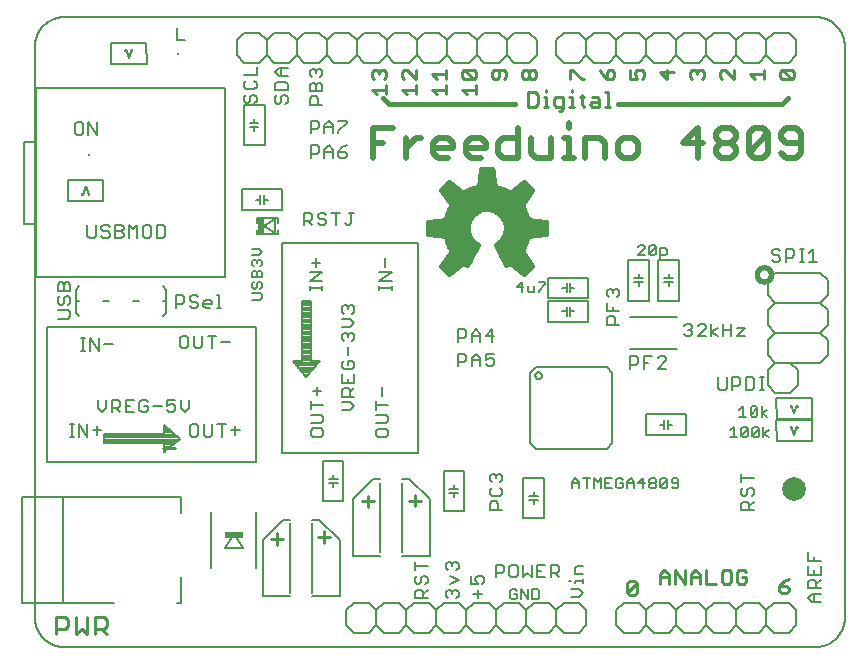
<source format=gto>
G75*
%MOIN*%
%OFA0B0*%
%FSLAX25Y25*%
%IPPOS*%
%LPD*%
%AMOC8*
5,1,8,0,0,1.08239X$1,22.5*
%
%ADD10C,0.00787*%
%ADD11C,0.00800*%
%ADD12C,0.00900*%
%ADD13C,0.00600*%
%ADD14R,0.06200X0.02400*%
%ADD15R,0.02400X0.06200*%
%ADD16C,0.01100*%
%ADD17R,0.00787X0.00787*%
%ADD18C,0.01575*%
%ADD19C,0.07874*%
%ADD20C,0.01900*%
D10*
X0022375Y0026280D02*
X0022375Y0216595D01*
X0022378Y0216833D01*
X0022386Y0217071D01*
X0022401Y0217308D01*
X0022421Y0217545D01*
X0022447Y0217781D01*
X0022478Y0218017D01*
X0022515Y0218252D01*
X0022558Y0218486D01*
X0022607Y0218719D01*
X0022661Y0218951D01*
X0022721Y0219181D01*
X0022786Y0219410D01*
X0022857Y0219637D01*
X0022933Y0219862D01*
X0023015Y0220085D01*
X0023102Y0220307D01*
X0023194Y0220526D01*
X0023292Y0220743D01*
X0023394Y0220957D01*
X0023502Y0221169D01*
X0023616Y0221379D01*
X0023734Y0221585D01*
X0023857Y0221789D01*
X0023985Y0221989D01*
X0024117Y0222186D01*
X0024255Y0222381D01*
X0024397Y0222571D01*
X0024544Y0222759D01*
X0024695Y0222942D01*
X0024850Y0223122D01*
X0025010Y0223298D01*
X0025174Y0223470D01*
X0025343Y0223639D01*
X0025515Y0223803D01*
X0025691Y0223963D01*
X0025871Y0224118D01*
X0026054Y0224269D01*
X0026242Y0224416D01*
X0026432Y0224558D01*
X0026627Y0224696D01*
X0026824Y0224828D01*
X0027024Y0224956D01*
X0027228Y0225079D01*
X0027434Y0225197D01*
X0027644Y0225311D01*
X0027856Y0225419D01*
X0028070Y0225521D01*
X0028287Y0225619D01*
X0028506Y0225711D01*
X0028728Y0225798D01*
X0028951Y0225880D01*
X0029176Y0225956D01*
X0029403Y0226027D01*
X0029632Y0226092D01*
X0029862Y0226152D01*
X0030094Y0226206D01*
X0030327Y0226255D01*
X0030561Y0226298D01*
X0030796Y0226335D01*
X0031032Y0226366D01*
X0031268Y0226392D01*
X0031505Y0226412D01*
X0031742Y0226427D01*
X0031980Y0226435D01*
X0032218Y0226438D01*
X0032218Y0226437D02*
X0282532Y0226437D01*
X0282532Y0226438D02*
X0282770Y0226435D01*
X0283008Y0226427D01*
X0283245Y0226412D01*
X0283482Y0226392D01*
X0283718Y0226366D01*
X0283954Y0226335D01*
X0284189Y0226298D01*
X0284423Y0226255D01*
X0284656Y0226206D01*
X0284888Y0226152D01*
X0285118Y0226092D01*
X0285347Y0226027D01*
X0285574Y0225956D01*
X0285799Y0225880D01*
X0286022Y0225798D01*
X0286244Y0225711D01*
X0286463Y0225619D01*
X0286680Y0225521D01*
X0286894Y0225419D01*
X0287106Y0225311D01*
X0287316Y0225197D01*
X0287522Y0225079D01*
X0287726Y0224956D01*
X0287926Y0224828D01*
X0288123Y0224696D01*
X0288318Y0224558D01*
X0288508Y0224416D01*
X0288696Y0224269D01*
X0288879Y0224118D01*
X0289059Y0223963D01*
X0289235Y0223803D01*
X0289407Y0223639D01*
X0289576Y0223470D01*
X0289740Y0223298D01*
X0289900Y0223122D01*
X0290055Y0222942D01*
X0290206Y0222759D01*
X0290353Y0222571D01*
X0290495Y0222381D01*
X0290633Y0222186D01*
X0290765Y0221989D01*
X0290893Y0221789D01*
X0291016Y0221585D01*
X0291134Y0221379D01*
X0291248Y0221169D01*
X0291356Y0220957D01*
X0291458Y0220743D01*
X0291556Y0220526D01*
X0291648Y0220307D01*
X0291735Y0220085D01*
X0291817Y0219862D01*
X0291893Y0219637D01*
X0291964Y0219410D01*
X0292029Y0219181D01*
X0292089Y0218951D01*
X0292143Y0218719D01*
X0292192Y0218486D01*
X0292235Y0218252D01*
X0292272Y0218017D01*
X0292303Y0217781D01*
X0292329Y0217545D01*
X0292349Y0217308D01*
X0292364Y0217071D01*
X0292372Y0216833D01*
X0292375Y0216595D01*
X0292375Y0026280D01*
X0292372Y0026042D01*
X0292364Y0025804D01*
X0292349Y0025567D01*
X0292329Y0025330D01*
X0292303Y0025094D01*
X0292272Y0024858D01*
X0292235Y0024623D01*
X0292192Y0024389D01*
X0292143Y0024156D01*
X0292089Y0023924D01*
X0292029Y0023694D01*
X0291964Y0023465D01*
X0291893Y0023238D01*
X0291817Y0023013D01*
X0291735Y0022790D01*
X0291648Y0022568D01*
X0291556Y0022349D01*
X0291458Y0022132D01*
X0291356Y0021918D01*
X0291248Y0021706D01*
X0291134Y0021496D01*
X0291016Y0021290D01*
X0290893Y0021086D01*
X0290765Y0020886D01*
X0290633Y0020689D01*
X0290495Y0020494D01*
X0290353Y0020304D01*
X0290206Y0020116D01*
X0290055Y0019933D01*
X0289900Y0019753D01*
X0289740Y0019577D01*
X0289576Y0019405D01*
X0289407Y0019236D01*
X0289235Y0019072D01*
X0289059Y0018912D01*
X0288879Y0018757D01*
X0288696Y0018606D01*
X0288508Y0018459D01*
X0288318Y0018317D01*
X0288123Y0018179D01*
X0287926Y0018047D01*
X0287726Y0017919D01*
X0287522Y0017796D01*
X0287316Y0017678D01*
X0287106Y0017564D01*
X0286894Y0017456D01*
X0286680Y0017354D01*
X0286463Y0017256D01*
X0286244Y0017164D01*
X0286022Y0017077D01*
X0285799Y0016995D01*
X0285574Y0016919D01*
X0285347Y0016848D01*
X0285118Y0016783D01*
X0284888Y0016723D01*
X0284656Y0016669D01*
X0284423Y0016620D01*
X0284189Y0016577D01*
X0283954Y0016540D01*
X0283718Y0016509D01*
X0283482Y0016483D01*
X0283245Y0016463D01*
X0283008Y0016448D01*
X0282770Y0016440D01*
X0282532Y0016437D01*
X0282532Y0016438D02*
X0032218Y0016438D01*
X0032218Y0016437D02*
X0031980Y0016440D01*
X0031742Y0016448D01*
X0031505Y0016463D01*
X0031268Y0016483D01*
X0031032Y0016509D01*
X0030796Y0016540D01*
X0030561Y0016577D01*
X0030327Y0016620D01*
X0030094Y0016669D01*
X0029862Y0016723D01*
X0029632Y0016783D01*
X0029403Y0016848D01*
X0029176Y0016919D01*
X0028951Y0016995D01*
X0028728Y0017077D01*
X0028506Y0017164D01*
X0028287Y0017256D01*
X0028070Y0017354D01*
X0027856Y0017456D01*
X0027644Y0017564D01*
X0027434Y0017678D01*
X0027228Y0017796D01*
X0027024Y0017919D01*
X0026824Y0018047D01*
X0026627Y0018179D01*
X0026432Y0018317D01*
X0026242Y0018459D01*
X0026054Y0018606D01*
X0025871Y0018757D01*
X0025691Y0018912D01*
X0025515Y0019072D01*
X0025343Y0019236D01*
X0025174Y0019405D01*
X0025010Y0019577D01*
X0024850Y0019753D01*
X0024695Y0019933D01*
X0024544Y0020116D01*
X0024397Y0020304D01*
X0024255Y0020494D01*
X0024117Y0020689D01*
X0023985Y0020886D01*
X0023857Y0021086D01*
X0023734Y0021290D01*
X0023616Y0021496D01*
X0023502Y0021706D01*
X0023394Y0021918D01*
X0023292Y0022132D01*
X0023194Y0022349D01*
X0023102Y0022568D01*
X0023015Y0022790D01*
X0022933Y0023013D01*
X0022857Y0023238D01*
X0022786Y0023465D01*
X0022721Y0023694D01*
X0022661Y0023924D01*
X0022607Y0024156D01*
X0022558Y0024389D01*
X0022515Y0024623D01*
X0022478Y0024858D01*
X0022447Y0025094D01*
X0022421Y0025330D01*
X0022401Y0025567D01*
X0022386Y0025804D01*
X0022378Y0026042D01*
X0022375Y0026280D01*
D11*
X0018025Y0031125D02*
X0048625Y0031125D01*
X0031725Y0031225D02*
X0031725Y0066525D01*
X0018025Y0066525D01*
X0018025Y0031125D01*
X0031725Y0066525D02*
X0071125Y0066525D01*
X0071125Y0061125D01*
X0081145Y0061315D02*
X0081145Y0042810D01*
X0085638Y0049594D02*
X0091612Y0049594D01*
X0088625Y0054156D01*
X0085638Y0049594D01*
X0096105Y0042810D02*
X0096105Y0061315D01*
X0105023Y0058920D02*
X0107385Y0058920D01*
X0107385Y0057739D02*
X0107385Y0034511D01*
X0107385Y0033330D02*
X0098330Y0033330D01*
X0098330Y0052227D01*
X0105023Y0058920D01*
X0114865Y0058920D02*
X0117227Y0058920D01*
X0123920Y0052227D01*
X0123920Y0033330D01*
X0114865Y0033330D01*
X0114865Y0034511D02*
X0114865Y0057739D01*
X0118259Y0065091D02*
X0118259Y0078441D01*
X0125210Y0078443D01*
X0125210Y0065094D01*
X0118259Y0065091D01*
X0121751Y0069750D02*
X0121751Y0070950D01*
X0120351Y0071050D02*
X0123251Y0071050D01*
X0123251Y0072350D02*
X0120351Y0072350D01*
X0121751Y0072450D02*
X0121751Y0073750D01*
X0128330Y0065665D02*
X0135023Y0072358D01*
X0137385Y0072358D01*
X0137385Y0071177D02*
X0137385Y0047948D01*
X0137385Y0046767D02*
X0128330Y0046767D01*
X0128330Y0065665D01*
X0144865Y0071177D02*
X0144865Y0047948D01*
X0144865Y0046767D02*
X0153920Y0046767D01*
X0153920Y0065665D01*
X0147227Y0072358D01*
X0144865Y0072358D01*
X0150121Y0081115D02*
X0104845Y0081115D01*
X0104845Y0150997D01*
X0150121Y0150997D01*
X0150121Y0081115D01*
X0158604Y0074968D02*
X0165554Y0074971D01*
X0165554Y0061622D01*
X0158604Y0061619D01*
X0158604Y0074968D01*
X0162063Y0070313D02*
X0162063Y0069113D01*
X0163463Y0069013D02*
X0160563Y0069013D01*
X0160563Y0067713D02*
X0163463Y0067713D01*
X0162063Y0067613D02*
X0162063Y0066313D01*
X0174006Y0067452D02*
X0174707Y0066752D01*
X0177509Y0066752D01*
X0178210Y0067452D01*
X0178210Y0068854D01*
X0177509Y0069554D01*
X0177509Y0071356D02*
X0178210Y0072056D01*
X0178210Y0073458D01*
X0177509Y0074158D01*
X0176809Y0074158D01*
X0176108Y0073458D01*
X0176108Y0072757D01*
X0176108Y0073458D02*
X0175407Y0074158D01*
X0174707Y0074158D01*
X0174006Y0073458D01*
X0174006Y0072056D01*
X0174707Y0071356D01*
X0174707Y0069554D02*
X0174006Y0068854D01*
X0174006Y0067452D01*
X0174707Y0064950D02*
X0176108Y0064950D01*
X0176809Y0064250D01*
X0176809Y0062148D01*
X0178210Y0062148D02*
X0174006Y0062148D01*
X0174006Y0064250D01*
X0174707Y0064950D01*
X0185133Y0059466D02*
X0185133Y0072816D01*
X0192084Y0072818D01*
X0192084Y0059469D01*
X0185133Y0059466D01*
X0188625Y0064125D02*
X0188625Y0065325D01*
X0187225Y0065425D02*
X0190125Y0065425D01*
X0190125Y0066725D02*
X0187225Y0066725D01*
X0188625Y0066825D02*
X0188625Y0068125D01*
X0189314Y0082345D02*
X0187345Y0084314D01*
X0187345Y0107936D01*
X0189314Y0109905D01*
X0212936Y0109905D01*
X0214905Y0107936D01*
X0214905Y0084314D01*
X0212936Y0082345D01*
X0189314Y0082345D01*
X0189185Y0106952D02*
X0189187Y0107019D01*
X0189193Y0107085D01*
X0189203Y0107151D01*
X0189217Y0107216D01*
X0189234Y0107280D01*
X0189256Y0107343D01*
X0189281Y0107405D01*
X0189310Y0107465D01*
X0189343Y0107523D01*
X0189378Y0107579D01*
X0189418Y0107633D01*
X0189460Y0107684D01*
X0189505Y0107733D01*
X0189553Y0107779D01*
X0189604Y0107822D01*
X0189657Y0107862D01*
X0189713Y0107899D01*
X0189771Y0107932D01*
X0189830Y0107962D01*
X0189891Y0107988D01*
X0189954Y0108011D01*
X0190018Y0108029D01*
X0190083Y0108044D01*
X0190149Y0108055D01*
X0190215Y0108062D01*
X0190281Y0108065D01*
X0190348Y0108064D01*
X0190414Y0108059D01*
X0190480Y0108050D01*
X0190546Y0108037D01*
X0190610Y0108020D01*
X0190673Y0108000D01*
X0190735Y0107975D01*
X0190796Y0107947D01*
X0190855Y0107916D01*
X0190911Y0107881D01*
X0190966Y0107843D01*
X0191018Y0107801D01*
X0191067Y0107756D01*
X0191114Y0107709D01*
X0191158Y0107659D01*
X0191198Y0107606D01*
X0191236Y0107551D01*
X0191270Y0107494D01*
X0191301Y0107435D01*
X0191328Y0107374D01*
X0191351Y0107312D01*
X0191371Y0107248D01*
X0191387Y0107183D01*
X0191399Y0107118D01*
X0191407Y0107052D01*
X0191411Y0106985D01*
X0191411Y0106919D01*
X0191407Y0106852D01*
X0191399Y0106786D01*
X0191387Y0106721D01*
X0191371Y0106656D01*
X0191351Y0106592D01*
X0191328Y0106530D01*
X0191301Y0106469D01*
X0191270Y0106410D01*
X0191236Y0106353D01*
X0191198Y0106298D01*
X0191158Y0106245D01*
X0191114Y0106195D01*
X0191067Y0106148D01*
X0191018Y0106103D01*
X0190966Y0106061D01*
X0190911Y0106023D01*
X0190854Y0105988D01*
X0190796Y0105957D01*
X0190735Y0105929D01*
X0190673Y0105904D01*
X0190610Y0105884D01*
X0190546Y0105867D01*
X0190480Y0105854D01*
X0190414Y0105845D01*
X0190348Y0105840D01*
X0190281Y0105839D01*
X0190215Y0105842D01*
X0190149Y0105849D01*
X0190083Y0105860D01*
X0190018Y0105875D01*
X0189954Y0105893D01*
X0189891Y0105916D01*
X0189830Y0105942D01*
X0189771Y0105972D01*
X0189713Y0106005D01*
X0189657Y0106042D01*
X0189604Y0106082D01*
X0189553Y0106125D01*
X0189505Y0106171D01*
X0189460Y0106220D01*
X0189418Y0106271D01*
X0189378Y0106325D01*
X0189343Y0106381D01*
X0189310Y0106439D01*
X0189281Y0106499D01*
X0189256Y0106561D01*
X0189234Y0106624D01*
X0189217Y0106688D01*
X0189203Y0106753D01*
X0189193Y0106819D01*
X0189187Y0106885D01*
X0189185Y0106952D01*
X0175400Y0110678D02*
X0174700Y0109978D01*
X0173299Y0109978D01*
X0172598Y0110678D01*
X0172598Y0112079D02*
X0173999Y0112780D01*
X0174700Y0112780D01*
X0175400Y0112079D01*
X0175400Y0110678D01*
X0172598Y0112079D02*
X0172598Y0114181D01*
X0175400Y0114181D01*
X0170796Y0112780D02*
X0170796Y0109978D01*
X0170796Y0112079D02*
X0167994Y0112079D01*
X0167994Y0112780D02*
X0167994Y0109978D01*
X0166192Y0112079D02*
X0166192Y0113481D01*
X0165492Y0114181D01*
X0163390Y0114181D01*
X0163390Y0109978D01*
X0163390Y0111379D02*
X0165492Y0111379D01*
X0166192Y0112079D01*
X0167994Y0112780D02*
X0169395Y0114181D01*
X0170796Y0112780D01*
X0170796Y0118103D02*
X0170796Y0120905D01*
X0169395Y0122306D01*
X0167994Y0120905D01*
X0167994Y0118103D01*
X0167994Y0120204D02*
X0170796Y0120204D01*
X0172598Y0120204D02*
X0175400Y0120204D01*
X0174700Y0118103D02*
X0174700Y0122306D01*
X0172598Y0120204D01*
X0166192Y0120204D02*
X0165492Y0119504D01*
X0163390Y0119504D01*
X0163390Y0118103D02*
X0163390Y0122306D01*
X0165492Y0122306D01*
X0166192Y0121606D01*
X0166192Y0120204D01*
X0141256Y0135498D02*
X0141256Y0136899D01*
X0141256Y0136198D02*
X0137053Y0136198D01*
X0137053Y0135498D02*
X0137053Y0136899D01*
X0137053Y0138567D02*
X0141256Y0141370D01*
X0137053Y0141370D01*
X0139155Y0143171D02*
X0139155Y0145973D01*
X0141256Y0138567D02*
X0137053Y0138567D01*
X0128149Y0130348D02*
X0128850Y0129648D01*
X0128850Y0128247D01*
X0128149Y0127546D01*
X0127449Y0125744D02*
X0124646Y0125744D01*
X0125347Y0127546D02*
X0124646Y0128247D01*
X0124646Y0129648D01*
X0125347Y0130348D01*
X0126048Y0130348D01*
X0126748Y0129648D01*
X0127449Y0130348D01*
X0128149Y0130348D01*
X0126748Y0129648D02*
X0126748Y0128947D01*
X0127449Y0125744D02*
X0128850Y0124343D01*
X0127449Y0122942D01*
X0124646Y0122942D01*
X0125347Y0121141D02*
X0126048Y0121141D01*
X0126748Y0120440D01*
X0127449Y0121141D01*
X0128149Y0121141D01*
X0128850Y0120440D01*
X0128850Y0119039D01*
X0128149Y0118338D01*
X0126748Y0119739D02*
X0126748Y0120440D01*
X0125347Y0121141D02*
X0124646Y0120440D01*
X0124646Y0119039D01*
X0125347Y0118338D01*
X0126748Y0116537D02*
X0126748Y0113734D01*
X0126748Y0111933D02*
X0126748Y0110531D01*
X0126748Y0111933D02*
X0128149Y0111933D01*
X0128850Y0111232D01*
X0128850Y0109831D01*
X0128149Y0109130D01*
X0125347Y0109130D01*
X0124646Y0109831D01*
X0124646Y0111232D01*
X0125347Y0111933D01*
X0124646Y0107329D02*
X0124646Y0104526D01*
X0128850Y0104526D01*
X0128850Y0107329D01*
X0126748Y0105928D02*
X0126748Y0104526D01*
X0126748Y0102725D02*
X0127449Y0102024D01*
X0127449Y0099922D01*
X0128850Y0099922D02*
X0124646Y0099922D01*
X0124646Y0102024D01*
X0125347Y0102725D01*
X0126748Y0102725D01*
X0127449Y0101324D02*
X0128850Y0102725D01*
X0127449Y0098121D02*
X0124646Y0098121D01*
X0124646Y0095319D02*
X0127449Y0095319D01*
X0128850Y0096720D01*
X0127449Y0098121D01*
X0135985Y0098388D02*
X0135985Y0095586D01*
X0135985Y0096987D02*
X0140189Y0096987D01*
X0139488Y0093785D02*
X0135985Y0093785D01*
X0135985Y0090982D02*
X0139488Y0090982D01*
X0140189Y0091683D01*
X0140189Y0093084D01*
X0139488Y0093785D01*
X0139488Y0089181D02*
X0136686Y0089181D01*
X0135985Y0088480D01*
X0135985Y0087079D01*
X0136686Y0086378D01*
X0139488Y0086378D01*
X0140189Y0087079D01*
X0140189Y0088480D01*
X0139488Y0089181D01*
X0138087Y0100190D02*
X0138087Y0102992D01*
X0117869Y0101684D02*
X0115067Y0101684D01*
X0116468Y0100283D02*
X0116468Y0103085D01*
X0112636Y0106509D02*
X0108251Y0111844D01*
X0111283Y0111844D01*
X0111283Y0131844D01*
X0114314Y0131844D01*
X0114314Y0111844D01*
X0117345Y0111844D01*
X0112636Y0106509D01*
X0112105Y0107155D02*
X0113206Y0107155D01*
X0113911Y0107954D02*
X0111449Y0107954D01*
X0110792Y0108752D02*
X0114616Y0108752D01*
X0115321Y0109551D02*
X0110136Y0109551D01*
X0109479Y0110349D02*
X0116026Y0110349D01*
X0116731Y0111148D02*
X0108823Y0111148D01*
X0111283Y0111946D02*
X0114314Y0111946D01*
X0114314Y0112745D02*
X0111283Y0112745D01*
X0111283Y0113543D02*
X0114314Y0113543D01*
X0114314Y0114342D02*
X0111283Y0114342D01*
X0111283Y0115140D02*
X0114314Y0115140D01*
X0114314Y0115939D02*
X0111283Y0115939D01*
X0111283Y0116737D02*
X0114314Y0116737D01*
X0114314Y0117536D02*
X0111283Y0117536D01*
X0111283Y0118334D02*
X0114314Y0118334D01*
X0114314Y0119133D02*
X0111283Y0119133D01*
X0111283Y0119931D02*
X0114314Y0119931D01*
X0114314Y0120730D02*
X0111283Y0120730D01*
X0111283Y0121528D02*
X0114314Y0121528D01*
X0114314Y0122327D02*
X0111283Y0122327D01*
X0111283Y0123126D02*
X0114314Y0123126D01*
X0114314Y0123924D02*
X0111283Y0123924D01*
X0111283Y0124723D02*
X0114314Y0124723D01*
X0114314Y0125521D02*
X0111283Y0125521D01*
X0111283Y0126320D02*
X0114314Y0126320D01*
X0114314Y0127118D02*
X0111283Y0127118D01*
X0111283Y0127917D02*
X0114314Y0127917D01*
X0114314Y0128715D02*
X0111283Y0128715D01*
X0111283Y0129514D02*
X0114314Y0129514D01*
X0114314Y0130312D02*
X0111283Y0130312D01*
X0111283Y0131111D02*
X0114314Y0131111D01*
X0114021Y0135498D02*
X0114021Y0136899D01*
X0114021Y0136198D02*
X0118225Y0136198D01*
X0118225Y0135498D02*
X0118225Y0136899D01*
X0118225Y0138567D02*
X0114021Y0138567D01*
X0118225Y0141370D01*
X0114021Y0141370D01*
X0116123Y0143171D02*
X0116123Y0145973D01*
X0114722Y0144572D02*
X0117524Y0144572D01*
X0103418Y0153994D02*
X0096332Y0153994D01*
X0096332Y0155569D01*
X0096332Y0157931D02*
X0096332Y0159506D01*
X0103418Y0159506D01*
X0103418Y0157931D01*
X0102535Y0159133D02*
X0102535Y0154408D01*
X0098598Y0156770D01*
X0102535Y0159133D01*
X0104659Y0162008D02*
X0091309Y0162008D01*
X0091307Y0168959D01*
X0104656Y0168959D01*
X0104659Y0162008D01*
X0100000Y0165500D02*
X0098800Y0165500D01*
X0098700Y0164100D02*
X0098700Y0167000D01*
X0097400Y0167000D02*
X0097400Y0164100D01*
X0097300Y0165500D02*
X0096000Y0165500D01*
X0103418Y0155569D02*
X0103418Y0153994D01*
X0111981Y0156970D02*
X0111981Y0161173D01*
X0114083Y0161173D01*
X0114784Y0160473D01*
X0114784Y0159071D01*
X0114083Y0158371D01*
X0111981Y0158371D01*
X0113383Y0158371D02*
X0114784Y0156970D01*
X0116585Y0157670D02*
X0117286Y0156970D01*
X0118687Y0156970D01*
X0119388Y0157670D01*
X0119388Y0158371D01*
X0118687Y0159071D01*
X0117286Y0159071D01*
X0116585Y0159772D01*
X0116585Y0160473D01*
X0117286Y0161173D01*
X0118687Y0161173D01*
X0119388Y0160473D01*
X0121189Y0161173D02*
X0123992Y0161173D01*
X0122590Y0161173D02*
X0122590Y0156970D01*
X0125793Y0157670D02*
X0126494Y0156970D01*
X0127194Y0156970D01*
X0127895Y0157670D01*
X0127895Y0161173D01*
X0127194Y0161173D02*
X0128596Y0161173D01*
X0125595Y0179445D02*
X0126296Y0180146D01*
X0126296Y0180847D01*
X0125595Y0181547D01*
X0123493Y0181547D01*
X0123493Y0180146D01*
X0124194Y0179445D01*
X0125595Y0179445D01*
X0123493Y0181547D02*
X0124895Y0182948D01*
X0126296Y0183649D01*
X0121692Y0182248D02*
X0121692Y0179445D01*
X0121692Y0181547D02*
X0118890Y0181547D01*
X0118890Y0182248D02*
X0118890Y0179445D01*
X0117088Y0181547D02*
X0116387Y0180847D01*
X0114286Y0180847D01*
X0114286Y0179445D02*
X0114286Y0183649D01*
X0116387Y0183649D01*
X0117088Y0182948D01*
X0117088Y0181547D01*
X0118890Y0182248D02*
X0120291Y0183649D01*
X0121692Y0182248D01*
X0121692Y0187694D02*
X0121692Y0190496D01*
X0120291Y0191897D01*
X0118890Y0190496D01*
X0118890Y0187694D01*
X0118890Y0189795D02*
X0121692Y0189795D01*
X0123493Y0188394D02*
X0123493Y0187694D01*
X0123493Y0188394D02*
X0126296Y0191196D01*
X0126296Y0191897D01*
X0123493Y0191897D01*
X0117088Y0191196D02*
X0117088Y0189795D01*
X0116387Y0189095D01*
X0114286Y0189095D01*
X0114286Y0187694D02*
X0114286Y0191897D01*
X0116387Y0191897D01*
X0117088Y0191196D01*
X0116742Y0197140D02*
X0116742Y0199242D01*
X0116042Y0199942D01*
X0114641Y0199942D01*
X0113940Y0199242D01*
X0113940Y0197140D01*
X0118144Y0197140D01*
X0118144Y0201744D02*
X0113940Y0201744D01*
X0113940Y0203846D01*
X0114641Y0204546D01*
X0115341Y0204546D01*
X0116042Y0203846D01*
X0116042Y0201744D01*
X0118144Y0201744D02*
X0118144Y0203846D01*
X0117443Y0204546D01*
X0116742Y0204546D01*
X0116042Y0203846D01*
X0117443Y0206348D02*
X0118144Y0207049D01*
X0118144Y0208450D01*
X0117443Y0209150D01*
X0116742Y0209150D01*
X0116042Y0208450D01*
X0116042Y0207749D01*
X0116042Y0208450D02*
X0115341Y0209150D01*
X0114641Y0209150D01*
X0113940Y0208450D01*
X0113940Y0207049D01*
X0114641Y0206348D01*
X0117125Y0211125D02*
X0112125Y0211125D01*
X0109625Y0213625D01*
X0109625Y0218625D01*
X0112125Y0221125D01*
X0117125Y0221125D01*
X0119625Y0218625D01*
X0122125Y0221125D01*
X0127125Y0221125D01*
X0129625Y0218625D01*
X0132125Y0221125D01*
X0137125Y0221125D01*
X0139625Y0218625D01*
X0142125Y0221125D01*
X0147125Y0221125D01*
X0149625Y0218625D01*
X0152125Y0221125D01*
X0157125Y0221125D01*
X0159625Y0218625D01*
X0162125Y0221125D01*
X0167125Y0221125D01*
X0169625Y0218625D01*
X0172125Y0221125D01*
X0177125Y0221125D01*
X0179625Y0218625D01*
X0182125Y0221125D01*
X0187125Y0221125D01*
X0189625Y0218625D01*
X0189625Y0213625D01*
X0187125Y0211125D01*
X0182125Y0211125D01*
X0179625Y0213625D01*
X0177125Y0211125D01*
X0172125Y0211125D01*
X0169625Y0213625D01*
X0169625Y0218625D01*
X0169625Y0213625D02*
X0167125Y0211125D01*
X0162125Y0211125D01*
X0159625Y0213625D01*
X0157125Y0211125D01*
X0152125Y0211125D01*
X0149625Y0213625D01*
X0147125Y0211125D01*
X0142125Y0211125D01*
X0139625Y0213625D01*
X0139625Y0218625D01*
X0139625Y0213625D02*
X0137125Y0211125D01*
X0132125Y0211125D01*
X0129625Y0213625D01*
X0127125Y0211125D01*
X0122125Y0211125D01*
X0119625Y0213625D01*
X0117125Y0211125D01*
X0119625Y0213625D02*
X0119625Y0218625D01*
X0129625Y0218625D02*
X0129625Y0213625D01*
X0109625Y0213625D02*
X0107125Y0211125D01*
X0102125Y0211125D01*
X0099625Y0213625D01*
X0097125Y0211125D01*
X0092125Y0211125D01*
X0089625Y0213625D01*
X0089625Y0218625D01*
X0092125Y0221125D01*
X0097125Y0221125D01*
X0099625Y0218625D01*
X0102125Y0221125D01*
X0107125Y0221125D01*
X0109625Y0218625D01*
X0099625Y0218625D02*
X0099625Y0213625D01*
X0096269Y0209775D02*
X0096269Y0206973D01*
X0092065Y0206973D01*
X0092766Y0205171D02*
X0092065Y0204471D01*
X0092065Y0203070D01*
X0092766Y0202369D01*
X0095568Y0202369D01*
X0096269Y0203070D01*
X0096269Y0204471D01*
X0095568Y0205171D01*
X0095568Y0200567D02*
X0096269Y0199867D01*
X0096269Y0198466D01*
X0095568Y0197765D01*
X0094167Y0198466D02*
X0094167Y0199867D01*
X0094867Y0200567D01*
X0095568Y0200567D01*
X0094167Y0198466D02*
X0093466Y0197765D01*
X0092766Y0197765D01*
X0092065Y0198466D01*
X0092065Y0199867D01*
X0092766Y0200567D01*
X0092041Y0197156D02*
X0098992Y0197159D01*
X0098992Y0183809D01*
X0092041Y0183807D01*
X0092041Y0197156D01*
X0095500Y0192500D02*
X0095500Y0191300D01*
X0096900Y0191200D02*
X0094000Y0191200D01*
X0094000Y0189900D02*
X0096900Y0189900D01*
X0095500Y0189800D02*
X0095500Y0188500D01*
X0103097Y0197524D02*
X0103797Y0197524D01*
X0104498Y0198225D01*
X0104498Y0199626D01*
X0105199Y0200327D01*
X0105899Y0200327D01*
X0106600Y0199626D01*
X0106600Y0198225D01*
X0105899Y0197524D01*
X0103097Y0197524D02*
X0102396Y0198225D01*
X0102396Y0199626D01*
X0103097Y0200327D01*
X0102396Y0202128D02*
X0102396Y0204230D01*
X0103097Y0204930D01*
X0105899Y0204930D01*
X0106600Y0204230D01*
X0106600Y0202128D01*
X0102396Y0202128D01*
X0103797Y0206732D02*
X0102396Y0208133D01*
X0103797Y0209534D01*
X0106600Y0209534D01*
X0104498Y0209534D02*
X0104498Y0206732D01*
X0103797Y0206732D02*
X0106600Y0206732D01*
X0085810Y0202621D02*
X0085810Y0139629D01*
X0022818Y0139629D01*
X0022818Y0157345D01*
X0018881Y0157345D01*
X0018881Y0184905D01*
X0022818Y0184905D01*
X0022818Y0157345D01*
X0033315Y0165090D02*
X0045185Y0165090D01*
X0045157Y0172132D01*
X0033287Y0172132D01*
X0033315Y0165090D01*
X0038235Y0167219D02*
X0038078Y0167844D01*
X0038250Y0167225D02*
X0039250Y0170125D01*
X0040250Y0167225D01*
X0040265Y0167297D02*
X0040422Y0167844D01*
X0039905Y0157072D02*
X0039905Y0153569D01*
X0040606Y0152869D01*
X0042007Y0152869D01*
X0042708Y0153569D01*
X0042708Y0157072D01*
X0044509Y0156371D02*
X0044509Y0155671D01*
X0045210Y0154970D01*
X0046611Y0154970D01*
X0047312Y0154270D01*
X0047312Y0153569D01*
X0046611Y0152869D01*
X0045210Y0152869D01*
X0044509Y0153569D01*
X0044509Y0156371D02*
X0045210Y0157072D01*
X0046611Y0157072D01*
X0047312Y0156371D01*
X0049113Y0157072D02*
X0051215Y0157072D01*
X0051916Y0156371D01*
X0051916Y0155671D01*
X0051215Y0154970D01*
X0049113Y0154970D01*
X0049113Y0152869D02*
X0049113Y0157072D01*
X0051215Y0154970D02*
X0051916Y0154270D01*
X0051916Y0153569D01*
X0051215Y0152869D01*
X0049113Y0152869D01*
X0053717Y0152869D02*
X0053717Y0157072D01*
X0055118Y0155671D01*
X0056519Y0157072D01*
X0056519Y0152869D01*
X0058321Y0153569D02*
X0059022Y0152869D01*
X0060423Y0152869D01*
X0061123Y0153569D01*
X0061123Y0156371D01*
X0060423Y0157072D01*
X0059022Y0157072D01*
X0058321Y0156371D01*
X0058321Y0153569D01*
X0062925Y0152869D02*
X0065027Y0152869D01*
X0065727Y0153569D01*
X0065727Y0156371D01*
X0065027Y0157072D01*
X0062925Y0157072D01*
X0062925Y0152869D01*
X0065025Y0136625D02*
X0066125Y0135525D01*
X0066125Y0131625D01*
X0066125Y0127725D01*
X0065025Y0126625D01*
X0065125Y0131625D02*
X0066125Y0131625D01*
X0069338Y0130864D02*
X0071439Y0130864D01*
X0072140Y0131564D01*
X0072140Y0132965D01*
X0071439Y0133666D01*
X0069338Y0133666D01*
X0069338Y0129462D01*
X0073941Y0130163D02*
X0074642Y0129462D01*
X0076043Y0129462D01*
X0076744Y0130163D01*
X0076744Y0130864D01*
X0076043Y0131564D01*
X0074642Y0131564D01*
X0073941Y0132265D01*
X0073941Y0132965D01*
X0074642Y0133666D01*
X0076043Y0133666D01*
X0076744Y0132965D01*
X0078545Y0131564D02*
X0079246Y0132265D01*
X0080647Y0132265D01*
X0081348Y0131564D01*
X0081348Y0130864D01*
X0078545Y0130864D01*
X0078545Y0131564D02*
X0078545Y0130163D01*
X0079246Y0129462D01*
X0080647Y0129462D01*
X0083149Y0129462D02*
X0084550Y0129462D01*
X0083850Y0129462D02*
X0083850Y0133666D01*
X0083149Y0133666D01*
X0096135Y0123246D02*
X0096135Y0077970D01*
X0026253Y0077970D01*
X0026253Y0123246D01*
X0096135Y0123246D01*
X0087371Y0118090D02*
X0084569Y0118090D01*
X0082767Y0120192D02*
X0079965Y0120192D01*
X0081366Y0120192D02*
X0081366Y0115989D01*
X0078163Y0116689D02*
X0078163Y0120192D01*
X0075361Y0120192D02*
X0075361Y0116689D01*
X0076061Y0115989D01*
X0077463Y0115989D01*
X0078163Y0116689D01*
X0073559Y0116689D02*
X0073559Y0119492D01*
X0072859Y0120192D01*
X0071457Y0120192D01*
X0070757Y0119492D01*
X0070757Y0116689D01*
X0071457Y0115989D01*
X0072859Y0115989D01*
X0073559Y0116689D01*
X0057125Y0131625D02*
X0055125Y0131625D01*
X0047125Y0131625D02*
X0045125Y0131625D01*
X0037225Y0126625D02*
X0036125Y0127725D01*
X0036125Y0131625D01*
X0036125Y0135525D01*
X0037225Y0136625D01*
X0034167Y0137245D02*
X0034167Y0135143D01*
X0029963Y0135143D01*
X0029963Y0137245D01*
X0030664Y0137945D01*
X0031364Y0137945D01*
X0032065Y0137245D01*
X0032065Y0135143D01*
X0032766Y0133341D02*
X0033466Y0133341D01*
X0034167Y0132641D01*
X0034167Y0131240D01*
X0033466Y0130539D01*
X0032065Y0131240D02*
X0032065Y0132641D01*
X0032766Y0133341D01*
X0030664Y0133341D02*
X0029963Y0132641D01*
X0029963Y0131240D01*
X0030664Y0130539D01*
X0031364Y0130539D01*
X0032065Y0131240D01*
X0033466Y0128737D02*
X0029963Y0128737D01*
X0029963Y0125935D02*
X0033466Y0125935D01*
X0034167Y0126636D01*
X0034167Y0128037D01*
X0033466Y0128737D01*
X0036125Y0131625D02*
X0037125Y0131625D01*
X0034167Y0137245D02*
X0033466Y0137945D01*
X0032766Y0137945D01*
X0032065Y0137245D01*
X0037775Y0119385D02*
X0039176Y0119385D01*
X0038476Y0119385D02*
X0038476Y0115181D01*
X0039176Y0115181D02*
X0037775Y0115181D01*
X0040844Y0115181D02*
X0040844Y0119385D01*
X0043647Y0115181D01*
X0043647Y0119385D01*
X0045448Y0117283D02*
X0048251Y0117283D01*
X0048004Y0098854D02*
X0050106Y0098854D01*
X0050806Y0098153D01*
X0050806Y0096752D01*
X0050106Y0096051D01*
X0048004Y0096051D01*
X0048004Y0094650D02*
X0048004Y0098854D01*
X0046202Y0098854D02*
X0046202Y0096051D01*
X0044801Y0094650D01*
X0043400Y0096051D01*
X0043400Y0098854D01*
X0049405Y0096051D02*
X0050806Y0094650D01*
X0052608Y0094650D02*
X0055410Y0094650D01*
X0057212Y0095351D02*
X0057912Y0094650D01*
X0059314Y0094650D01*
X0060014Y0095351D01*
X0060014Y0096752D01*
X0058613Y0096752D01*
X0060014Y0098153D02*
X0059314Y0098854D01*
X0057912Y0098854D01*
X0057212Y0098153D01*
X0057212Y0095351D01*
X0054009Y0096752D02*
X0052608Y0096752D01*
X0052608Y0098854D02*
X0052608Y0094650D01*
X0052608Y0098854D02*
X0055410Y0098854D01*
X0061816Y0096752D02*
X0064618Y0096752D01*
X0066420Y0096752D02*
X0067821Y0097452D01*
X0068521Y0097452D01*
X0069222Y0096752D01*
X0069222Y0095351D01*
X0068521Y0094650D01*
X0067120Y0094650D01*
X0066420Y0095351D01*
X0066420Y0096752D02*
X0066420Y0098854D01*
X0069222Y0098854D01*
X0071024Y0098854D02*
X0071024Y0096051D01*
X0072425Y0094650D01*
X0073826Y0096051D01*
X0073826Y0098854D01*
X0074726Y0090729D02*
X0074025Y0090028D01*
X0074025Y0087226D01*
X0074726Y0086525D01*
X0076127Y0086525D01*
X0076827Y0087226D01*
X0076827Y0090028D01*
X0076127Y0090729D01*
X0074726Y0090729D01*
X0078629Y0090729D02*
X0078629Y0087226D01*
X0079330Y0086525D01*
X0080731Y0086525D01*
X0081431Y0087226D01*
X0081431Y0090729D01*
X0083233Y0090729D02*
X0086035Y0090729D01*
X0084634Y0090729D02*
X0084634Y0086525D01*
X0087837Y0088627D02*
X0090639Y0088627D01*
X0089238Y0090028D02*
X0089238Y0087226D01*
X0070741Y0085761D02*
X0065406Y0081376D01*
X0065406Y0084408D01*
X0045406Y0084408D01*
X0045406Y0087439D01*
X0065406Y0087439D01*
X0065406Y0090470D01*
X0070741Y0085761D01*
X0070539Y0085595D02*
X0045406Y0085595D01*
X0045406Y0084797D02*
X0069568Y0084797D01*
X0068597Y0083998D02*
X0065406Y0083998D01*
X0065406Y0083200D02*
X0067625Y0083200D01*
X0066654Y0082401D02*
X0065406Y0082401D01*
X0065406Y0081603D02*
X0065683Y0081603D01*
X0070023Y0086394D02*
X0045406Y0086394D01*
X0045406Y0087193D02*
X0069119Y0087193D01*
X0068215Y0087991D02*
X0065406Y0087991D01*
X0065406Y0088790D02*
X0067310Y0088790D01*
X0066406Y0089588D02*
X0065406Y0089588D01*
X0065406Y0090387D02*
X0065502Y0090387D01*
X0044501Y0088627D02*
X0041698Y0088627D01*
X0043099Y0090028D02*
X0043099Y0087226D01*
X0039897Y0086525D02*
X0039897Y0090729D01*
X0037094Y0090729D02*
X0039897Y0086525D01*
X0037094Y0086525D02*
X0037094Y0090729D01*
X0035426Y0090729D02*
X0034025Y0090729D01*
X0034726Y0090729D02*
X0034726Y0086525D01*
X0035426Y0086525D02*
X0034025Y0086525D01*
X0071125Y0039875D02*
X0071125Y0031125D01*
X0069875Y0031125D01*
X0126125Y0028680D02*
X0126125Y0023680D01*
X0128625Y0021180D01*
X0133625Y0021180D01*
X0136125Y0023680D01*
X0138625Y0021180D01*
X0143625Y0021180D01*
X0146125Y0023680D01*
X0146125Y0028680D01*
X0143625Y0031180D01*
X0138625Y0031180D01*
X0136125Y0028680D01*
X0136125Y0023680D01*
X0136125Y0028680D02*
X0133625Y0031180D01*
X0128625Y0031180D01*
X0126125Y0028680D01*
X0146125Y0028680D02*
X0148625Y0031180D01*
X0153625Y0031180D01*
X0156125Y0028680D01*
X0158625Y0031180D01*
X0163625Y0031180D01*
X0166125Y0028680D01*
X0168625Y0031180D01*
X0173625Y0031180D01*
X0176125Y0028680D01*
X0176125Y0023680D01*
X0173625Y0021180D01*
X0168625Y0021180D01*
X0166125Y0023680D01*
X0163625Y0021180D01*
X0158625Y0021180D01*
X0156125Y0023680D01*
X0153625Y0021180D01*
X0148625Y0021180D01*
X0146125Y0023680D01*
X0156125Y0023680D02*
X0156125Y0028680D01*
X0153267Y0032780D02*
X0149064Y0032780D01*
X0149064Y0034882D01*
X0149764Y0035583D01*
X0151166Y0035583D01*
X0151866Y0034882D01*
X0151866Y0032780D01*
X0151866Y0034181D02*
X0153267Y0035583D01*
X0152567Y0037384D02*
X0153267Y0038085D01*
X0153267Y0039486D01*
X0152567Y0040187D01*
X0151866Y0040187D01*
X0151166Y0039486D01*
X0151166Y0038085D01*
X0150465Y0037384D01*
X0149764Y0037384D01*
X0149064Y0038085D01*
X0149064Y0039486D01*
X0149764Y0040187D01*
X0149064Y0041988D02*
X0149064Y0044790D01*
X0149064Y0043389D02*
X0153267Y0043389D01*
X0159380Y0042689D02*
X0160080Y0041988D01*
X0159380Y0042689D02*
X0159380Y0044090D01*
X0160080Y0044790D01*
X0160781Y0044790D01*
X0161481Y0044090D01*
X0162182Y0044790D01*
X0162883Y0044790D01*
X0163583Y0044090D01*
X0163583Y0042689D01*
X0162883Y0041988D01*
X0161481Y0043389D02*
X0161481Y0044090D01*
X0160781Y0040187D02*
X0163583Y0038785D01*
X0160781Y0037384D01*
X0160781Y0035583D02*
X0161481Y0034882D01*
X0162182Y0035583D01*
X0162883Y0035583D01*
X0163583Y0034882D01*
X0163583Y0033481D01*
X0162883Y0032780D01*
X0161481Y0034181D02*
X0161481Y0034882D01*
X0160781Y0035583D02*
X0160080Y0035583D01*
X0159380Y0034882D01*
X0159380Y0033481D01*
X0160080Y0032780D01*
X0166125Y0028680D02*
X0166125Y0023680D01*
X0176125Y0023680D02*
X0178625Y0021180D01*
X0183625Y0021180D01*
X0186125Y0023680D01*
X0188625Y0021180D01*
X0193625Y0021180D01*
X0196125Y0023680D01*
X0198625Y0021180D01*
X0203625Y0021180D01*
X0206125Y0023680D01*
X0206125Y0028680D01*
X0203625Y0031180D01*
X0198625Y0031180D01*
X0196125Y0028680D01*
X0196125Y0023680D01*
X0196125Y0028680D02*
X0193625Y0031180D01*
X0188625Y0031180D01*
X0186125Y0028680D01*
X0186125Y0023680D01*
X0186125Y0028680D02*
X0183625Y0031180D01*
X0178625Y0031180D01*
X0176125Y0028680D01*
X0171323Y0034181D02*
X0168520Y0034181D01*
X0169922Y0032780D02*
X0169922Y0035583D01*
X0169922Y0037384D02*
X0169221Y0038785D01*
X0169221Y0039486D01*
X0169922Y0040187D01*
X0171323Y0040187D01*
X0172023Y0039486D01*
X0172023Y0038085D01*
X0171323Y0037384D01*
X0169922Y0037384D02*
X0167820Y0037384D01*
X0167820Y0040187D01*
X0175922Y0039719D02*
X0175922Y0043923D01*
X0178024Y0043923D01*
X0178724Y0043222D01*
X0178724Y0041821D01*
X0178024Y0041120D01*
X0175922Y0041120D01*
X0180526Y0040420D02*
X0181226Y0039719D01*
X0182628Y0039719D01*
X0183328Y0040420D01*
X0183328Y0043222D01*
X0182628Y0043923D01*
X0181226Y0043923D01*
X0180526Y0043222D01*
X0180526Y0040420D01*
X0185130Y0039719D02*
X0186531Y0041120D01*
X0187932Y0039719D01*
X0187932Y0043923D01*
X0189734Y0043923D02*
X0189734Y0039719D01*
X0192536Y0039719D01*
X0194338Y0039719D02*
X0194338Y0043923D01*
X0196439Y0043923D01*
X0197140Y0043222D01*
X0197140Y0041821D01*
X0196439Y0041120D01*
X0194338Y0041120D01*
X0195739Y0041120D02*
X0197140Y0039719D01*
X0200255Y0038397D02*
X0200955Y0038397D01*
X0202357Y0038397D02*
X0205159Y0038397D01*
X0205159Y0037697D02*
X0205159Y0039098D01*
X0205159Y0040766D02*
X0202357Y0040766D01*
X0202357Y0042868D01*
X0203057Y0043568D01*
X0205159Y0043568D01*
X0202357Y0038397D02*
X0202357Y0037697D01*
X0203758Y0035895D02*
X0200955Y0035895D01*
X0200955Y0033093D02*
X0203758Y0033093D01*
X0205159Y0034494D01*
X0203758Y0035895D01*
X0192536Y0043923D02*
X0189734Y0043923D01*
X0189734Y0041821D02*
X0191135Y0041821D01*
X0185130Y0043923D02*
X0185130Y0039719D01*
X0216125Y0028625D02*
X0216125Y0023625D01*
X0218625Y0021125D01*
X0223625Y0021125D01*
X0226125Y0023625D01*
X0228625Y0021125D01*
X0233625Y0021125D01*
X0236125Y0023625D01*
X0236125Y0028625D01*
X0233625Y0031125D01*
X0228625Y0031125D01*
X0226125Y0028625D01*
X0226125Y0023625D01*
X0226125Y0028625D02*
X0223625Y0031125D01*
X0218625Y0031125D01*
X0216125Y0028625D01*
X0236125Y0028625D02*
X0238625Y0031125D01*
X0243625Y0031125D01*
X0246125Y0028625D01*
X0248625Y0031125D01*
X0253625Y0031125D01*
X0256125Y0028625D01*
X0258625Y0031125D01*
X0263625Y0031125D01*
X0266125Y0028625D01*
X0268625Y0031125D01*
X0273625Y0031125D01*
X0276125Y0028625D01*
X0276125Y0023625D01*
X0273625Y0021125D01*
X0268625Y0021125D01*
X0266125Y0023625D01*
X0263625Y0021125D01*
X0258625Y0021125D01*
X0256125Y0023625D01*
X0253625Y0021125D01*
X0248625Y0021125D01*
X0246125Y0023625D01*
X0243625Y0021125D01*
X0238625Y0021125D01*
X0236125Y0023625D01*
X0246125Y0023625D02*
X0246125Y0028625D01*
X0256125Y0028625D02*
X0256125Y0023625D01*
X0266125Y0023625D02*
X0266125Y0028625D01*
X0280088Y0032770D02*
X0281489Y0031369D01*
X0284291Y0031369D01*
X0282190Y0031369D02*
X0282190Y0034171D01*
X0281489Y0034171D02*
X0284291Y0034171D01*
X0284291Y0035973D02*
X0280088Y0035973D01*
X0280088Y0038075D01*
X0280788Y0038775D01*
X0282190Y0038775D01*
X0282890Y0038075D01*
X0282890Y0035973D01*
X0282890Y0037374D02*
X0284291Y0038775D01*
X0284291Y0040577D02*
X0280088Y0040577D01*
X0280088Y0043379D01*
X0280088Y0045181D02*
X0280088Y0047983D01*
X0282190Y0046582D02*
X0282190Y0045181D01*
X0284291Y0045181D02*
X0280088Y0045181D01*
X0284291Y0043379D02*
X0284291Y0040577D01*
X0282190Y0040577D02*
X0282190Y0041978D01*
X0281489Y0034171D02*
X0280088Y0032770D01*
X0261966Y0062089D02*
X0257762Y0062089D01*
X0257762Y0064191D01*
X0258463Y0064891D01*
X0259864Y0064891D01*
X0260565Y0064191D01*
X0260565Y0062089D01*
X0260565Y0063490D02*
X0261966Y0064891D01*
X0261265Y0066693D02*
X0261966Y0067393D01*
X0261966Y0068795D01*
X0261265Y0069495D01*
X0260565Y0069495D01*
X0259864Y0068795D01*
X0259864Y0067393D01*
X0259164Y0066693D01*
X0258463Y0066693D01*
X0257762Y0067393D01*
X0257762Y0068795D01*
X0258463Y0069495D01*
X0257762Y0071297D02*
X0257762Y0074099D01*
X0257762Y0072698D02*
X0261966Y0072698D01*
X0269593Y0085118D02*
X0269565Y0092160D01*
X0281435Y0092160D01*
X0281463Y0085118D01*
X0269593Y0085118D01*
X0275500Y0087125D02*
X0274500Y0090025D01*
X0274485Y0089953D02*
X0274328Y0089406D01*
X0276500Y0090025D02*
X0275500Y0087125D01*
X0276672Y0089406D02*
X0276515Y0090031D01*
X0275500Y0094312D02*
X0274500Y0097212D01*
X0274485Y0097140D02*
X0274328Y0096594D01*
X0276500Y0097212D02*
X0275500Y0094312D01*
X0276672Y0096594D02*
X0276515Y0097218D01*
X0281435Y0099347D02*
X0269565Y0099347D01*
X0269593Y0092305D01*
X0281463Y0092305D01*
X0281435Y0099347D01*
X0276625Y0103625D02*
X0274125Y0101125D01*
X0269125Y0101125D01*
X0266625Y0103625D01*
X0266625Y0108625D01*
X0269125Y0111125D01*
X0274125Y0111125D01*
X0276625Y0108625D01*
X0276625Y0103625D01*
X0274125Y0111125D02*
X0284125Y0111125D01*
X0286625Y0113625D01*
X0286625Y0118625D01*
X0284125Y0121125D01*
X0269125Y0121125D01*
X0266625Y0118625D01*
X0266625Y0113625D01*
X0269125Y0111125D01*
X0265376Y0106366D02*
X0263975Y0106366D01*
X0264675Y0106366D02*
X0264675Y0102162D01*
X0263975Y0102162D02*
X0265376Y0102162D01*
X0262173Y0102863D02*
X0262173Y0105665D01*
X0261472Y0106366D01*
X0259371Y0106366D01*
X0259371Y0102162D01*
X0261472Y0102162D01*
X0262173Y0102863D01*
X0257569Y0104264D02*
X0257569Y0105665D01*
X0256869Y0106366D01*
X0254767Y0106366D01*
X0254767Y0102162D01*
X0254767Y0103563D02*
X0256869Y0103563D01*
X0257569Y0104264D01*
X0252965Y0102863D02*
X0252265Y0102162D01*
X0250863Y0102162D01*
X0250163Y0102863D01*
X0250163Y0106366D01*
X0252965Y0106366D02*
X0252965Y0102863D01*
X0239343Y0093959D02*
X0239346Y0087008D01*
X0225997Y0087008D01*
X0225994Y0093959D01*
X0239343Y0093959D01*
X0234687Y0090500D02*
X0233487Y0090500D01*
X0233387Y0089100D02*
X0233387Y0092000D01*
X0232087Y0092000D02*
X0232087Y0089100D01*
X0231987Y0090500D02*
X0230687Y0090500D01*
X0229939Y0109157D02*
X0232742Y0111960D01*
X0232742Y0112660D01*
X0232041Y0113361D01*
X0230640Y0113361D01*
X0229939Y0112660D01*
X0228138Y0113361D02*
X0225335Y0113361D01*
X0225335Y0109157D01*
X0225335Y0111259D02*
X0226737Y0111259D01*
X0223534Y0111259D02*
X0223534Y0112660D01*
X0222833Y0113361D01*
X0220731Y0113361D01*
X0220731Y0109157D01*
X0220731Y0110558D02*
X0222833Y0110558D01*
X0223534Y0111259D01*
X0220719Y0115791D02*
X0236568Y0115791D01*
X0239351Y0120025D02*
X0238650Y0120726D01*
X0239351Y0120025D02*
X0240752Y0120025D01*
X0241452Y0120726D01*
X0241452Y0121426D01*
X0240752Y0122127D01*
X0240051Y0122127D01*
X0240752Y0122127D02*
X0241452Y0122827D01*
X0241452Y0123528D01*
X0240752Y0124229D01*
X0239351Y0124229D01*
X0238650Y0123528D01*
X0236568Y0126416D02*
X0220719Y0126416D01*
X0217155Y0128460D02*
X0212952Y0128460D01*
X0212952Y0131263D01*
X0213652Y0133064D02*
X0212952Y0133765D01*
X0212952Y0135166D01*
X0213652Y0135867D01*
X0214353Y0135867D01*
X0215054Y0135166D01*
X0215754Y0135867D01*
X0216455Y0135867D01*
X0217155Y0135166D01*
X0217155Y0133765D01*
X0216455Y0133064D01*
X0215054Y0134465D02*
X0215054Y0135166D01*
X0215054Y0129862D02*
X0215054Y0128460D01*
X0215054Y0126659D02*
X0213652Y0126659D01*
X0212952Y0125958D01*
X0212952Y0123856D01*
X0217155Y0123856D01*
X0215754Y0123856D02*
X0215754Y0125958D01*
X0215054Y0126659D01*
X0220166Y0131932D02*
X0220166Y0145281D01*
X0227117Y0145284D01*
X0227117Y0131934D01*
X0220166Y0131932D01*
X0223625Y0136625D02*
X0223625Y0137925D01*
X0225025Y0138025D02*
X0222125Y0138025D01*
X0222125Y0139325D02*
X0225025Y0139325D01*
X0223625Y0139425D02*
X0223625Y0140625D01*
X0230166Y0145281D02*
X0237117Y0145284D01*
X0237117Y0131934D01*
X0230166Y0131932D01*
X0230166Y0145281D01*
X0233625Y0140625D02*
X0233625Y0139425D01*
X0235025Y0139325D02*
X0232125Y0139325D01*
X0232125Y0138025D02*
X0235025Y0138025D01*
X0233625Y0137925D02*
X0233625Y0136625D01*
X0243955Y0124229D02*
X0243254Y0123528D01*
X0243955Y0124229D02*
X0245356Y0124229D01*
X0246056Y0123528D01*
X0246056Y0122827D01*
X0243254Y0120025D01*
X0246056Y0120025D01*
X0247858Y0120025D02*
X0247858Y0124229D01*
X0249960Y0122827D02*
X0247858Y0121426D01*
X0249960Y0120025D01*
X0251694Y0120025D02*
X0251694Y0124229D01*
X0251694Y0122127D02*
X0254497Y0122127D01*
X0256298Y0122827D02*
X0259101Y0122827D01*
X0256298Y0120025D01*
X0259101Y0120025D01*
X0254497Y0120025D02*
X0254497Y0124229D01*
X0266625Y0123625D02*
X0266625Y0128625D01*
X0269125Y0131125D01*
X0284125Y0131125D01*
X0286625Y0128625D01*
X0286625Y0123625D01*
X0284125Y0121125D01*
X0284125Y0131125D02*
X0286625Y0133625D01*
X0286625Y0138625D01*
X0284125Y0141125D01*
X0269125Y0141125D01*
X0266625Y0138625D01*
X0266625Y0133625D01*
X0269125Y0131125D01*
X0266625Y0123625D02*
X0269125Y0121125D01*
X0268782Y0144838D02*
X0268081Y0145539D01*
X0268782Y0144838D02*
X0270183Y0144838D01*
X0270883Y0145539D01*
X0270883Y0146239D01*
X0270183Y0146940D01*
X0268782Y0146940D01*
X0268081Y0147640D01*
X0268081Y0148341D01*
X0268782Y0149042D01*
X0270183Y0149042D01*
X0270883Y0148341D01*
X0272685Y0149042D02*
X0274787Y0149042D01*
X0275487Y0148341D01*
X0275487Y0146940D01*
X0274787Y0146239D01*
X0272685Y0146239D01*
X0272685Y0144838D02*
X0272685Y0149042D01*
X0277289Y0149042D02*
X0278690Y0149042D01*
X0277989Y0149042D02*
X0277989Y0144838D01*
X0277289Y0144838D02*
X0278690Y0144838D01*
X0280358Y0144838D02*
X0283161Y0144838D01*
X0281759Y0144838D02*
X0281759Y0149042D01*
X0280358Y0147640D01*
X0232742Y0109157D02*
X0229939Y0109157D01*
X0206846Y0124821D02*
X0193497Y0124821D01*
X0193494Y0131771D01*
X0206843Y0131771D01*
X0206846Y0124821D01*
X0202187Y0128312D02*
X0200987Y0128312D01*
X0200887Y0126912D02*
X0200887Y0129812D01*
X0199587Y0129812D02*
X0199587Y0126912D01*
X0199487Y0128312D02*
X0198187Y0128312D01*
X0193497Y0132633D02*
X0206846Y0132633D01*
X0206843Y0139584D01*
X0193494Y0139584D01*
X0193497Y0132633D01*
X0198187Y0136125D02*
X0199487Y0136125D01*
X0199587Y0134725D02*
X0199587Y0137625D01*
X0200887Y0137625D02*
X0200887Y0134725D01*
X0200987Y0136125D02*
X0202187Y0136125D01*
X0118570Y0097080D02*
X0114366Y0097080D01*
X0114366Y0095679D02*
X0114366Y0098481D01*
X0114366Y0093877D02*
X0117869Y0093877D01*
X0118570Y0093177D01*
X0118570Y0091776D01*
X0117869Y0091075D01*
X0114366Y0091075D01*
X0115067Y0089273D02*
X0114366Y0088573D01*
X0114366Y0087172D01*
X0115067Y0086471D01*
X0117869Y0086471D01*
X0118570Y0087172D01*
X0118570Y0088573D01*
X0117869Y0089273D01*
X0115067Y0089273D01*
X0042994Y0187150D02*
X0042994Y0191354D01*
X0040191Y0191354D02*
X0042994Y0187150D01*
X0040191Y0187150D02*
X0040191Y0191354D01*
X0038390Y0190653D02*
X0037689Y0191354D01*
X0036288Y0191354D01*
X0035588Y0190653D01*
X0035588Y0187851D01*
X0036288Y0187150D01*
X0037689Y0187150D01*
X0038390Y0187851D01*
X0038390Y0190653D01*
X0022818Y0184905D02*
X0022818Y0202621D01*
X0085810Y0202621D01*
X0072536Y0218712D02*
X0069734Y0218712D01*
X0069734Y0222916D01*
X0059560Y0217785D02*
X0047690Y0217785D01*
X0047718Y0210743D01*
X0059588Y0210743D01*
X0059560Y0217785D01*
X0054640Y0215656D02*
X0054797Y0215031D01*
X0054625Y0215650D02*
X0053625Y0212750D01*
X0052625Y0215650D01*
X0052610Y0215578D02*
X0052453Y0215031D01*
X0149625Y0213625D02*
X0149625Y0218625D01*
X0159625Y0218625D02*
X0159625Y0213625D01*
X0179625Y0213625D02*
X0179625Y0218625D01*
X0196125Y0218625D02*
X0196125Y0213625D01*
X0198625Y0211125D01*
X0203625Y0211125D01*
X0206125Y0213625D01*
X0206125Y0218625D01*
X0203625Y0221125D01*
X0198625Y0221125D01*
X0196125Y0218625D01*
X0206125Y0218625D02*
X0208625Y0221125D01*
X0213625Y0221125D01*
X0216125Y0218625D01*
X0218625Y0221125D01*
X0223625Y0221125D01*
X0226125Y0218625D01*
X0228625Y0221125D01*
X0233625Y0221125D01*
X0236125Y0218625D01*
X0238625Y0221125D01*
X0243625Y0221125D01*
X0246125Y0218625D01*
X0248625Y0221125D01*
X0253625Y0221125D01*
X0256125Y0218625D01*
X0258625Y0221125D01*
X0263625Y0221125D01*
X0266125Y0218625D01*
X0268625Y0221125D01*
X0273625Y0221125D01*
X0276125Y0218625D01*
X0276125Y0213625D01*
X0273625Y0211125D01*
X0268625Y0211125D01*
X0266125Y0213625D01*
X0263625Y0211125D01*
X0258625Y0211125D01*
X0256125Y0213625D01*
X0256125Y0218625D01*
X0256125Y0213625D02*
X0253625Y0211125D01*
X0248625Y0211125D01*
X0246125Y0213625D01*
X0243625Y0211125D01*
X0238625Y0211125D01*
X0236125Y0213625D01*
X0233625Y0211125D01*
X0228625Y0211125D01*
X0226125Y0213625D01*
X0226125Y0218625D01*
X0226125Y0213625D02*
X0223625Y0211125D01*
X0218625Y0211125D01*
X0216125Y0213625D01*
X0213625Y0211125D01*
X0208625Y0211125D01*
X0206125Y0213625D01*
X0216125Y0213625D02*
X0216125Y0218625D01*
X0236125Y0218625D02*
X0236125Y0213625D01*
X0246125Y0213625D02*
X0246125Y0218625D01*
X0266125Y0218625D02*
X0266125Y0213625D01*
D12*
X0265436Y0208921D02*
X0265436Y0205785D01*
X0265436Y0207353D02*
X0260732Y0207353D01*
X0262300Y0205785D01*
X0255436Y0205785D02*
X0252300Y0208921D01*
X0251516Y0208921D01*
X0250732Y0208137D01*
X0250732Y0206569D01*
X0251516Y0205785D01*
X0255436Y0205785D02*
X0255436Y0208921D01*
X0245436Y0208137D02*
X0245436Y0206569D01*
X0244652Y0205785D01*
X0243084Y0207353D02*
X0243084Y0208137D01*
X0243868Y0208921D01*
X0244652Y0208921D01*
X0245436Y0208137D01*
X0243084Y0208137D02*
X0242300Y0208921D01*
X0241516Y0208921D01*
X0240732Y0208137D01*
X0240732Y0206569D01*
X0241516Y0205785D01*
X0235436Y0208137D02*
X0230732Y0208137D01*
X0233084Y0205785D01*
X0233084Y0208921D01*
X0225436Y0208137D02*
X0225436Y0206569D01*
X0224652Y0205785D01*
X0223084Y0205785D02*
X0222300Y0207353D01*
X0222300Y0208137D01*
X0223084Y0208921D01*
X0224652Y0208921D01*
X0225436Y0208137D01*
X0223084Y0205785D02*
X0220732Y0205785D01*
X0220732Y0208921D01*
X0215436Y0208137D02*
X0215436Y0206569D01*
X0214652Y0205785D01*
X0213084Y0205785D01*
X0213084Y0208137D01*
X0213868Y0208921D01*
X0214652Y0208921D01*
X0215436Y0208137D01*
X0213084Y0205785D02*
X0211516Y0207353D01*
X0210732Y0208921D01*
X0205436Y0205785D02*
X0204652Y0205785D01*
X0201516Y0208921D01*
X0200732Y0208921D01*
X0200732Y0205785D01*
X0201327Y0202088D02*
X0201327Y0201304D01*
X0201327Y0199736D02*
X0201327Y0196600D01*
X0200543Y0196600D02*
X0202111Y0196600D01*
X0204765Y0197384D02*
X0205549Y0196600D01*
X0204765Y0197384D02*
X0204765Y0200520D01*
X0203981Y0199736D02*
X0205549Y0199736D01*
X0208202Y0199736D02*
X0209770Y0199736D01*
X0210554Y0198952D01*
X0210554Y0196600D01*
X0208202Y0196600D01*
X0207418Y0197384D01*
X0208202Y0198168D01*
X0210554Y0198168D01*
X0212575Y0196600D02*
X0214143Y0196600D01*
X0213359Y0196600D02*
X0213359Y0201304D01*
X0212575Y0201304D01*
X0201327Y0199736D02*
X0200543Y0199736D01*
X0198523Y0199736D02*
X0196171Y0199736D01*
X0195387Y0198952D01*
X0195387Y0197384D01*
X0196171Y0196600D01*
X0198523Y0196600D01*
X0198523Y0195816D02*
X0198523Y0199736D01*
X0198523Y0195816D02*
X0197739Y0195032D01*
X0196955Y0195032D01*
X0193517Y0196600D02*
X0191949Y0196600D01*
X0192733Y0196600D02*
X0192733Y0199736D01*
X0191949Y0199736D01*
X0192733Y0201304D02*
X0192733Y0202088D01*
X0189929Y0200520D02*
X0189929Y0197384D01*
X0189145Y0196600D01*
X0186793Y0196600D01*
X0186793Y0201304D01*
X0189145Y0201304D01*
X0189929Y0200520D01*
X0188652Y0205785D02*
X0187868Y0205785D01*
X0187084Y0206569D01*
X0187084Y0208137D01*
X0187868Y0208921D01*
X0188652Y0208921D01*
X0189436Y0208137D01*
X0189436Y0206569D01*
X0188652Y0205785D01*
X0187084Y0206569D02*
X0186300Y0205785D01*
X0185516Y0205785D01*
X0184732Y0206569D01*
X0184732Y0208137D01*
X0185516Y0208921D01*
X0186300Y0208921D01*
X0187084Y0208137D01*
X0179436Y0208137D02*
X0179436Y0206569D01*
X0178652Y0205785D01*
X0177084Y0206569D02*
X0177084Y0208921D01*
X0178652Y0208921D02*
X0175516Y0208921D01*
X0174732Y0208137D01*
X0174732Y0206569D01*
X0175516Y0205785D01*
X0176300Y0205785D01*
X0177084Y0206569D01*
X0179436Y0208137D02*
X0178652Y0208921D01*
X0169436Y0208137D02*
X0169436Y0206569D01*
X0168652Y0205785D01*
X0165516Y0208921D01*
X0168652Y0208921D01*
X0169436Y0208137D01*
X0168652Y0205785D02*
X0165516Y0205785D01*
X0164732Y0206569D01*
X0164732Y0208137D01*
X0165516Y0208921D01*
X0159436Y0208921D02*
X0159436Y0205785D01*
X0159436Y0207353D02*
X0154732Y0207353D01*
X0156300Y0205785D01*
X0159436Y0203765D02*
X0159436Y0200629D01*
X0159436Y0202197D02*
X0154732Y0202197D01*
X0156300Y0200629D01*
X0149436Y0200629D02*
X0149436Y0203765D01*
X0149436Y0202197D02*
X0144732Y0202197D01*
X0146300Y0200629D01*
X0145516Y0205785D02*
X0144732Y0206569D01*
X0144732Y0208137D01*
X0145516Y0208921D01*
X0146300Y0208921D01*
X0149436Y0205785D01*
X0149436Y0208921D01*
X0139436Y0208137D02*
X0139436Y0206569D01*
X0138652Y0205785D01*
X0139436Y0203765D02*
X0139436Y0200629D01*
X0139436Y0202197D02*
X0134732Y0202197D01*
X0136300Y0200629D01*
X0135516Y0205785D02*
X0134732Y0206569D01*
X0134732Y0208137D01*
X0135516Y0208921D01*
X0136300Y0208921D01*
X0137084Y0208137D01*
X0137868Y0208921D01*
X0138652Y0208921D01*
X0139436Y0208137D01*
X0137084Y0208137D02*
X0137084Y0207353D01*
X0164732Y0202197D02*
X0169436Y0202197D01*
X0169436Y0200629D02*
X0169436Y0203765D01*
X0166300Y0200629D02*
X0164732Y0202197D01*
X0270732Y0206569D02*
X0270732Y0208137D01*
X0271516Y0208921D01*
X0274652Y0205785D01*
X0275436Y0206569D01*
X0275436Y0208137D01*
X0274652Y0208921D01*
X0271516Y0208921D01*
X0270732Y0206569D02*
X0271516Y0205785D01*
X0274652Y0205785D01*
X0258784Y0042229D02*
X0257216Y0042229D01*
X0256432Y0041445D01*
X0256432Y0038309D01*
X0257216Y0037525D01*
X0258784Y0037525D01*
X0259568Y0038309D01*
X0259568Y0039877D01*
X0258000Y0039877D01*
X0259568Y0041445D02*
X0258784Y0042229D01*
X0254412Y0041445D02*
X0254412Y0038309D01*
X0253628Y0037525D01*
X0252060Y0037525D01*
X0251276Y0038309D01*
X0251276Y0041445D01*
X0252060Y0042229D01*
X0253628Y0042229D01*
X0254412Y0041445D01*
X0249255Y0037525D02*
X0246119Y0037525D01*
X0246119Y0042229D01*
X0244099Y0040661D02*
X0244099Y0037525D01*
X0244099Y0039877D02*
X0240963Y0039877D01*
X0240963Y0040661D02*
X0240963Y0037525D01*
X0238942Y0037525D02*
X0238942Y0042229D01*
X0240963Y0040661D02*
X0242531Y0042229D01*
X0244099Y0040661D01*
X0238942Y0037525D02*
X0235806Y0042229D01*
X0235806Y0037525D01*
X0233786Y0037525D02*
X0233786Y0040661D01*
X0232218Y0042229D01*
X0230650Y0040661D01*
X0230650Y0037525D01*
X0230650Y0039877D02*
X0233786Y0039877D01*
X0222970Y0037707D02*
X0222970Y0034571D01*
X0222186Y0033787D01*
X0220618Y0033787D01*
X0219834Y0034571D01*
X0222970Y0037707D01*
X0222186Y0038491D01*
X0220618Y0038491D01*
X0219834Y0037707D01*
X0219834Y0034571D01*
X0270475Y0035215D02*
X0271259Y0034431D01*
X0272827Y0034431D01*
X0273611Y0035215D01*
X0273611Y0035999D01*
X0272827Y0036783D01*
X0270475Y0036783D01*
X0270475Y0035215D01*
X0270475Y0036783D02*
X0272043Y0038351D01*
X0273611Y0039135D01*
D13*
X0236857Y0069895D02*
X0236857Y0072164D01*
X0236290Y0072731D01*
X0235155Y0072731D01*
X0234588Y0072164D01*
X0234588Y0071597D01*
X0235155Y0071030D01*
X0236857Y0071030D01*
X0236857Y0069895D02*
X0236290Y0069328D01*
X0235155Y0069328D01*
X0234588Y0069895D01*
X0233174Y0069895D02*
X0232606Y0069328D01*
X0231472Y0069328D01*
X0230905Y0069895D01*
X0233174Y0072164D01*
X0233174Y0069895D01*
X0233174Y0072164D02*
X0232606Y0072731D01*
X0231472Y0072731D01*
X0230905Y0072164D01*
X0230905Y0069895D01*
X0229490Y0069895D02*
X0229490Y0070462D01*
X0228923Y0071030D01*
X0227789Y0071030D01*
X0227222Y0071597D01*
X0227222Y0072164D01*
X0227789Y0072731D01*
X0228923Y0072731D01*
X0229490Y0072164D01*
X0229490Y0071597D01*
X0228923Y0071030D01*
X0227789Y0071030D02*
X0227222Y0070462D01*
X0227222Y0069895D01*
X0227789Y0069328D01*
X0228923Y0069328D01*
X0229490Y0069895D01*
X0225807Y0071030D02*
X0223539Y0071030D01*
X0225240Y0072731D01*
X0225240Y0069328D01*
X0222124Y0069328D02*
X0222124Y0071597D01*
X0220990Y0072731D01*
X0219856Y0071597D01*
X0219856Y0069328D01*
X0218441Y0069895D02*
X0218441Y0071030D01*
X0217307Y0071030D01*
X0218441Y0072164D02*
X0217874Y0072731D01*
X0216740Y0072731D01*
X0216172Y0072164D01*
X0216172Y0069895D01*
X0216740Y0069328D01*
X0217874Y0069328D01*
X0218441Y0069895D01*
X0219856Y0071030D02*
X0222124Y0071030D01*
X0214758Y0072731D02*
X0212489Y0072731D01*
X0212489Y0069328D01*
X0214758Y0069328D01*
X0213624Y0071030D02*
X0212489Y0071030D01*
X0211075Y0072731D02*
X0211075Y0069328D01*
X0208806Y0069328D02*
X0208806Y0072731D01*
X0209940Y0071597D01*
X0211075Y0072731D01*
X0207392Y0072731D02*
X0205123Y0072731D01*
X0206257Y0072731D02*
X0206257Y0069328D01*
X0203708Y0069328D02*
X0203708Y0071597D01*
X0202574Y0072731D01*
X0201440Y0071597D01*
X0201440Y0069328D01*
X0201440Y0071030D02*
X0203708Y0071030D01*
X0189919Y0035771D02*
X0188217Y0035771D01*
X0188217Y0032368D01*
X0189919Y0032368D01*
X0190486Y0032935D01*
X0190486Y0035203D01*
X0189919Y0035771D01*
X0186803Y0035771D02*
X0186803Y0032368D01*
X0184534Y0035771D01*
X0184534Y0032368D01*
X0183120Y0032935D02*
X0183120Y0034069D01*
X0181985Y0034069D01*
X0180851Y0032935D02*
X0181418Y0032368D01*
X0182552Y0032368D01*
X0183120Y0032935D01*
X0183120Y0035203D02*
X0182552Y0035771D01*
X0181418Y0035771D01*
X0180851Y0035203D01*
X0180851Y0032935D01*
X0254181Y0086362D02*
X0256450Y0086362D01*
X0255316Y0086362D02*
X0255316Y0089765D01*
X0254181Y0088631D01*
X0257864Y0089198D02*
X0257864Y0086930D01*
X0260133Y0089198D01*
X0260133Y0086930D01*
X0259566Y0086362D01*
X0258432Y0086362D01*
X0257864Y0086930D01*
X0257864Y0089198D02*
X0258432Y0089765D01*
X0259566Y0089765D01*
X0260133Y0089198D01*
X0261548Y0089198D02*
X0261548Y0086930D01*
X0263816Y0089198D01*
X0263816Y0086930D01*
X0263249Y0086362D01*
X0262115Y0086362D01*
X0261548Y0086930D01*
X0261548Y0089198D02*
X0262115Y0089765D01*
X0263249Y0089765D01*
X0263816Y0089198D01*
X0265231Y0089765D02*
X0265231Y0086362D01*
X0265231Y0087497D02*
X0266932Y0088631D01*
X0265231Y0087497D02*
X0266932Y0086362D01*
X0266307Y0093237D02*
X0264606Y0094372D01*
X0266307Y0095506D01*
X0264606Y0096640D02*
X0264606Y0093237D01*
X0263191Y0093805D02*
X0263191Y0096073D01*
X0260923Y0093805D01*
X0261490Y0093237D01*
X0262624Y0093237D01*
X0263191Y0093805D01*
X0263191Y0096073D02*
X0262624Y0096640D01*
X0261490Y0096640D01*
X0260923Y0096073D01*
X0260923Y0093805D01*
X0259508Y0093237D02*
X0257239Y0093237D01*
X0258374Y0093237D02*
X0258374Y0096640D01*
X0257239Y0095506D01*
X0230722Y0145888D02*
X0230722Y0149291D01*
X0232424Y0149291D01*
X0232991Y0148724D01*
X0232991Y0147590D01*
X0232424Y0147022D01*
X0230722Y0147022D01*
X0229308Y0147590D02*
X0228741Y0147022D01*
X0227606Y0147022D01*
X0227039Y0147590D01*
X0229308Y0149858D01*
X0229308Y0147590D01*
X0229308Y0149858D02*
X0228741Y0150425D01*
X0227606Y0150425D01*
X0227039Y0149858D01*
X0227039Y0147590D01*
X0225625Y0147022D02*
X0223356Y0147022D01*
X0225625Y0149291D01*
X0225625Y0149858D01*
X0225058Y0150425D01*
X0223923Y0150425D01*
X0223356Y0149858D01*
X0192561Y0138018D02*
X0192561Y0137451D01*
X0190292Y0135182D01*
X0190292Y0134615D01*
X0188877Y0134615D02*
X0188877Y0136884D01*
X0190292Y0138018D02*
X0192561Y0138018D01*
X0188877Y0134615D02*
X0187176Y0134615D01*
X0186609Y0135182D01*
X0186609Y0136884D01*
X0185194Y0136316D02*
X0182926Y0136316D01*
X0184627Y0138018D01*
X0184627Y0134615D01*
X0098082Y0133942D02*
X0097515Y0134509D01*
X0094679Y0134509D01*
X0095246Y0135924D02*
X0095814Y0135924D01*
X0096381Y0136491D01*
X0096381Y0137625D01*
X0096948Y0138192D01*
X0097515Y0138192D01*
X0098082Y0137625D01*
X0098082Y0136491D01*
X0097515Y0135924D01*
X0098082Y0133942D02*
X0098082Y0132808D01*
X0097515Y0132240D01*
X0094679Y0132240D01*
X0095246Y0135924D02*
X0094679Y0136491D01*
X0094679Y0137625D01*
X0095246Y0138192D01*
X0094679Y0139607D02*
X0094679Y0141308D01*
X0095246Y0141875D01*
X0095814Y0141875D01*
X0096381Y0141308D01*
X0096381Y0139607D01*
X0096381Y0141308D02*
X0096948Y0141875D01*
X0097515Y0141875D01*
X0098082Y0141308D01*
X0098082Y0139607D01*
X0094679Y0139607D01*
X0095246Y0143290D02*
X0094679Y0143857D01*
X0094679Y0144991D01*
X0095246Y0145558D01*
X0095814Y0145558D01*
X0096381Y0144991D01*
X0096948Y0145558D01*
X0097515Y0145558D01*
X0098082Y0144991D01*
X0098082Y0143857D01*
X0097515Y0143290D01*
X0096381Y0144424D02*
X0096381Y0144991D01*
X0096948Y0146973D02*
X0098082Y0148107D01*
X0096948Y0149242D01*
X0094679Y0149242D01*
X0094679Y0146973D02*
X0096948Y0146973D01*
D14*
X0088646Y0053615D03*
D15*
X0097866Y0156770D03*
D16*
X0029526Y0026518D02*
X0029526Y0020613D01*
X0029526Y0022581D02*
X0032479Y0022581D01*
X0033463Y0023565D01*
X0033463Y0025533D01*
X0032479Y0026518D01*
X0029526Y0026518D01*
X0035971Y0026518D02*
X0035971Y0020613D01*
X0037940Y0022581D01*
X0039908Y0020613D01*
X0039908Y0026518D01*
X0042417Y0026518D02*
X0045370Y0026518D01*
X0046354Y0025533D01*
X0046354Y0023565D01*
X0045370Y0022581D01*
X0042417Y0022581D01*
X0044385Y0022581D02*
X0046354Y0020613D01*
X0042417Y0020613D02*
X0042417Y0026518D01*
X0101075Y0052451D02*
X0105012Y0052451D01*
X0103044Y0054419D02*
X0103044Y0050482D01*
X0116705Y0053076D02*
X0120642Y0053076D01*
X0118674Y0055044D02*
X0118674Y0051107D01*
X0133366Y0062986D02*
X0133366Y0066923D01*
X0131398Y0064955D02*
X0135334Y0064955D01*
X0147028Y0065267D02*
X0150964Y0065267D01*
X0148996Y0067235D02*
X0148996Y0063299D01*
X0069166Y0082628D02*
X0065230Y0082628D01*
D17*
X0040269Y0180500D03*
X0070106Y0214250D03*
D18*
X0138286Y0199492D02*
X0140286Y0197492D01*
X0182286Y0197492D01*
X0174887Y0175719D02*
X0171113Y0175719D01*
X0170334Y0169838D01*
X0168529Y0169360D01*
X0166803Y0168645D01*
X0165188Y0167707D01*
X0160479Y0171314D01*
X0157811Y0168646D01*
X0161418Y0163937D01*
X0160480Y0162322D01*
X0159765Y0160596D01*
X0159287Y0158791D01*
X0153406Y0158012D01*
X0153406Y0154238D01*
X0159287Y0153459D01*
X0159765Y0151654D01*
X0160480Y0149928D01*
X0161418Y0148313D01*
X0157811Y0143604D01*
X0160479Y0140936D01*
X0165188Y0144543D01*
X0166549Y0143733D01*
X0170068Y0150492D01*
X0169229Y0151016D01*
X0168482Y0151663D01*
X0167844Y0152418D01*
X0167331Y0153263D01*
X0166956Y0154178D01*
X0166727Y0155139D01*
X0166650Y0156125D01*
X0166741Y0157195D01*
X0167011Y0158234D01*
X0167452Y0159213D01*
X0168051Y0160104D01*
X0168792Y0160881D01*
X0169654Y0161522D01*
X0170611Y0162008D01*
X0171636Y0162327D01*
X0172701Y0162468D01*
X0173774Y0162428D01*
X0174825Y0162207D01*
X0175823Y0161813D01*
X0176741Y0161256D01*
X0177552Y0160552D01*
X0178233Y0159722D01*
X0178764Y0158789D01*
X0179131Y0157779D01*
X0179322Y0156723D01*
X0179332Y0155649D01*
X0179161Y0154589D01*
X0178814Y0153573D01*
X0178301Y0152629D01*
X0177637Y0151786D01*
X0176839Y0151067D01*
X0175932Y0150492D01*
X0179451Y0143733D01*
X0180812Y0144543D01*
X0185521Y0140936D01*
X0188189Y0143604D01*
X0184582Y0148313D01*
X0185520Y0149928D01*
X0186235Y0151654D01*
X0186713Y0153459D01*
X0192594Y0154238D01*
X0192594Y0158012D01*
X0186713Y0158791D01*
X0186235Y0160596D01*
X0185520Y0162322D01*
X0184582Y0163937D01*
X0188189Y0168646D01*
X0185521Y0171314D01*
X0180812Y0167707D01*
X0179197Y0168645D01*
X0177471Y0169360D01*
X0175666Y0169838D01*
X0174887Y0175719D01*
X0174978Y0175030D02*
X0171022Y0175030D01*
X0170814Y0173456D02*
X0175186Y0173456D01*
X0175395Y0171883D02*
X0170605Y0171883D01*
X0170397Y0170310D02*
X0175603Y0170310D01*
X0178977Y0168737D02*
X0167023Y0168737D01*
X0163844Y0168737D02*
X0157901Y0168737D01*
X0158947Y0167163D02*
X0187053Y0167163D01*
X0188099Y0168737D02*
X0182156Y0168737D01*
X0184210Y0170310D02*
X0186526Y0170310D01*
X0185848Y0165590D02*
X0160152Y0165590D01*
X0161357Y0164017D02*
X0184643Y0164017D01*
X0185450Y0162443D02*
X0173359Y0162443D01*
X0172514Y0162443D02*
X0160550Y0162443D01*
X0159878Y0160870D02*
X0168782Y0160870D01*
X0167508Y0159297D02*
X0159421Y0159297D01*
X0153406Y0157723D02*
X0166878Y0157723D01*
X0166652Y0156150D02*
X0153406Y0156150D01*
X0153406Y0154577D02*
X0166861Y0154577D01*
X0167489Y0153003D02*
X0159407Y0153003D01*
X0159857Y0151430D02*
X0168751Y0151430D01*
X0169737Y0149857D02*
X0160521Y0149857D01*
X0161396Y0148283D02*
X0168918Y0148283D01*
X0168099Y0146710D02*
X0160190Y0146710D01*
X0158985Y0145137D02*
X0167280Y0145137D01*
X0163909Y0143563D02*
X0157851Y0143563D01*
X0159424Y0141990D02*
X0161855Y0141990D01*
X0176263Y0149857D02*
X0185479Y0149857D01*
X0186143Y0151430D02*
X0177242Y0151430D01*
X0178505Y0153003D02*
X0186593Y0153003D01*
X0184604Y0148283D02*
X0177082Y0148283D01*
X0177901Y0146710D02*
X0185810Y0146710D01*
X0187015Y0145137D02*
X0178720Y0145137D01*
X0182091Y0143563D02*
X0188149Y0143563D01*
X0186576Y0141990D02*
X0184145Y0141990D01*
X0179157Y0154577D02*
X0192594Y0154577D01*
X0192594Y0156150D02*
X0179327Y0156150D01*
X0179141Y0157723D02*
X0192594Y0157723D01*
X0186579Y0159297D02*
X0178475Y0159297D01*
X0177186Y0160870D02*
X0186122Y0160870D01*
X0161790Y0170310D02*
X0159474Y0170310D01*
X0216786Y0197492D02*
X0271286Y0197492D01*
X0273286Y0199492D01*
X0263013Y0140625D02*
X0263015Y0140722D01*
X0263021Y0140819D01*
X0263031Y0140915D01*
X0263045Y0141011D01*
X0263063Y0141107D01*
X0263084Y0141201D01*
X0263110Y0141295D01*
X0263139Y0141387D01*
X0263173Y0141478D01*
X0263209Y0141568D01*
X0263250Y0141656D01*
X0263294Y0141742D01*
X0263342Y0141827D01*
X0263393Y0141909D01*
X0263447Y0141990D01*
X0263505Y0142068D01*
X0263566Y0142143D01*
X0263629Y0142216D01*
X0263696Y0142287D01*
X0263766Y0142354D01*
X0263838Y0142419D01*
X0263913Y0142480D01*
X0263991Y0142539D01*
X0264070Y0142594D01*
X0264152Y0142646D01*
X0264236Y0142694D01*
X0264322Y0142739D01*
X0264410Y0142781D01*
X0264499Y0142819D01*
X0264590Y0142853D01*
X0264682Y0142883D01*
X0264775Y0142910D01*
X0264870Y0142932D01*
X0264965Y0142951D01*
X0265061Y0142966D01*
X0265157Y0142977D01*
X0265254Y0142984D01*
X0265351Y0142987D01*
X0265448Y0142986D01*
X0265545Y0142981D01*
X0265641Y0142972D01*
X0265737Y0142959D01*
X0265833Y0142942D01*
X0265928Y0142921D01*
X0266021Y0142897D01*
X0266114Y0142868D01*
X0266206Y0142836D01*
X0266296Y0142800D01*
X0266384Y0142761D01*
X0266471Y0142717D01*
X0266556Y0142671D01*
X0266639Y0142620D01*
X0266720Y0142567D01*
X0266798Y0142510D01*
X0266875Y0142450D01*
X0266948Y0142387D01*
X0267019Y0142321D01*
X0267087Y0142252D01*
X0267153Y0142180D01*
X0267215Y0142106D01*
X0267274Y0142029D01*
X0267330Y0141950D01*
X0267383Y0141868D01*
X0267433Y0141785D01*
X0267478Y0141699D01*
X0267521Y0141612D01*
X0267560Y0141523D01*
X0267595Y0141433D01*
X0267626Y0141341D01*
X0267653Y0141248D01*
X0267677Y0141154D01*
X0267697Y0141059D01*
X0267713Y0140963D01*
X0267725Y0140867D01*
X0267733Y0140770D01*
X0267737Y0140673D01*
X0267737Y0140577D01*
X0267733Y0140480D01*
X0267725Y0140383D01*
X0267713Y0140287D01*
X0267697Y0140191D01*
X0267677Y0140096D01*
X0267653Y0140002D01*
X0267626Y0139909D01*
X0267595Y0139817D01*
X0267560Y0139727D01*
X0267521Y0139638D01*
X0267478Y0139551D01*
X0267433Y0139465D01*
X0267383Y0139382D01*
X0267330Y0139300D01*
X0267274Y0139221D01*
X0267215Y0139144D01*
X0267153Y0139070D01*
X0267087Y0138998D01*
X0267019Y0138929D01*
X0266948Y0138863D01*
X0266875Y0138800D01*
X0266798Y0138740D01*
X0266720Y0138683D01*
X0266639Y0138630D01*
X0266556Y0138579D01*
X0266471Y0138533D01*
X0266384Y0138489D01*
X0266296Y0138450D01*
X0266206Y0138414D01*
X0266114Y0138382D01*
X0266021Y0138353D01*
X0265928Y0138329D01*
X0265833Y0138308D01*
X0265737Y0138291D01*
X0265641Y0138278D01*
X0265545Y0138269D01*
X0265448Y0138264D01*
X0265351Y0138263D01*
X0265254Y0138266D01*
X0265157Y0138273D01*
X0265061Y0138284D01*
X0264965Y0138299D01*
X0264870Y0138318D01*
X0264775Y0138340D01*
X0264682Y0138367D01*
X0264590Y0138397D01*
X0264499Y0138431D01*
X0264410Y0138469D01*
X0264322Y0138511D01*
X0264236Y0138556D01*
X0264152Y0138604D01*
X0264070Y0138656D01*
X0263991Y0138711D01*
X0263913Y0138770D01*
X0263838Y0138831D01*
X0263766Y0138896D01*
X0263696Y0138963D01*
X0263629Y0139034D01*
X0263566Y0139107D01*
X0263505Y0139182D01*
X0263447Y0139260D01*
X0263393Y0139341D01*
X0263342Y0139423D01*
X0263294Y0139508D01*
X0263250Y0139594D01*
X0263209Y0139682D01*
X0263173Y0139772D01*
X0263139Y0139863D01*
X0263110Y0139955D01*
X0263084Y0140049D01*
X0263063Y0140143D01*
X0263045Y0140239D01*
X0263031Y0140335D01*
X0263021Y0140431D01*
X0263015Y0140528D01*
X0263013Y0140625D01*
D19*
X0275500Y0069251D03*
D20*
X0276103Y0179575D02*
X0272796Y0179575D01*
X0271143Y0181228D01*
X0272796Y0184535D02*
X0277756Y0184535D01*
X0277756Y0187841D02*
X0277756Y0181228D01*
X0276103Y0179575D01*
X0272796Y0184535D02*
X0271143Y0186188D01*
X0271143Y0187841D01*
X0272796Y0189495D01*
X0276103Y0189495D01*
X0277756Y0187841D01*
X0266880Y0187841D02*
X0266880Y0181228D01*
X0265227Y0179575D01*
X0261921Y0179575D01*
X0260267Y0181228D01*
X0266880Y0187841D01*
X0265227Y0189495D01*
X0261921Y0189495D01*
X0260267Y0187841D01*
X0260267Y0181228D01*
X0256005Y0181228D02*
X0254352Y0179575D01*
X0251045Y0179575D01*
X0249392Y0181228D01*
X0249392Y0182881D01*
X0251045Y0184535D01*
X0254352Y0184535D01*
X0256005Y0182881D01*
X0256005Y0181228D01*
X0254352Y0184535D02*
X0256005Y0186188D01*
X0256005Y0187841D01*
X0254352Y0189495D01*
X0251045Y0189495D01*
X0249392Y0187841D01*
X0249392Y0186188D01*
X0251045Y0184535D01*
X0245130Y0184535D02*
X0238517Y0184535D01*
X0243476Y0189495D01*
X0243476Y0179575D01*
X0223379Y0181228D02*
X0223379Y0184535D01*
X0221725Y0186188D01*
X0218419Y0186188D01*
X0216766Y0184535D01*
X0216766Y0181228D01*
X0218419Y0179575D01*
X0221725Y0179575D01*
X0223379Y0181228D01*
X0212503Y0179575D02*
X0212503Y0184535D01*
X0210850Y0186188D01*
X0205890Y0186188D01*
X0205890Y0179575D01*
X0201947Y0179575D02*
X0198640Y0179575D01*
X0200293Y0179575D02*
X0200293Y0186188D01*
X0198640Y0186188D01*
X0200293Y0189495D02*
X0200293Y0191148D01*
X0194378Y0186188D02*
X0194378Y0179575D01*
X0189418Y0179575D01*
X0187765Y0181228D01*
X0187765Y0186188D01*
X0183502Y0186188D02*
X0178542Y0186188D01*
X0176889Y0184535D01*
X0176889Y0181228D01*
X0178542Y0179575D01*
X0183502Y0179575D01*
X0183502Y0189495D01*
X0172627Y0184535D02*
X0172627Y0182881D01*
X0166014Y0182881D01*
X0166014Y0181228D02*
X0166014Y0184535D01*
X0167667Y0186188D01*
X0170973Y0186188D01*
X0172627Y0184535D01*
X0170973Y0179575D02*
X0167667Y0179575D01*
X0166014Y0181228D01*
X0161751Y0182881D02*
X0155138Y0182881D01*
X0155138Y0181228D02*
X0155138Y0184535D01*
X0156792Y0186188D01*
X0160098Y0186188D01*
X0161751Y0184535D01*
X0161751Y0182881D01*
X0160098Y0179575D02*
X0156792Y0179575D01*
X0155138Y0181228D01*
X0151035Y0186188D02*
X0149382Y0186188D01*
X0146075Y0182881D01*
X0146075Y0179575D02*
X0146075Y0186188D01*
X0141813Y0189495D02*
X0135200Y0189495D01*
X0135200Y0179575D01*
X0135200Y0184535D02*
X0138506Y0184535D01*
M02*

</source>
